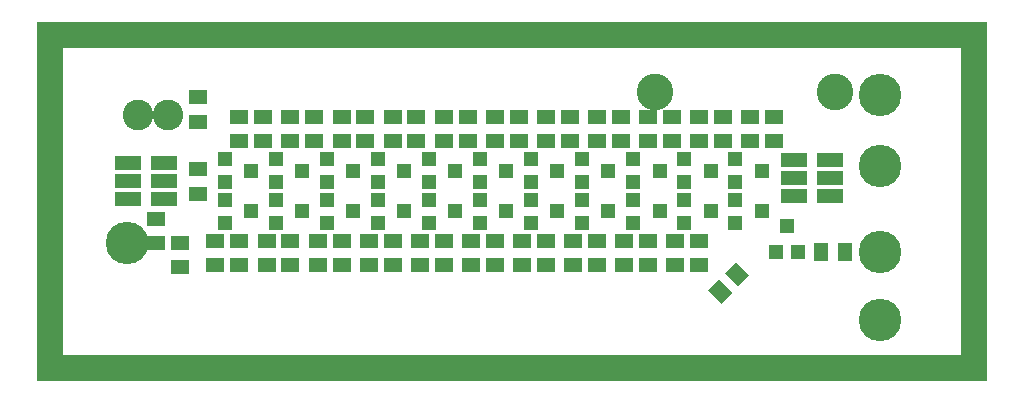
<source format=gbr>
%FSLAX34Y34*%
%MOMM*%
%LNSOLDERMASK_TOP*%
G71*
G01*
%ADD10R,1.300X1.300*%
%ADD11R,1.600X1.300*%
%ADD12R,2.300X1.200*%
%ADD13C,3.600*%
%ADD14C,2.600*%
%ADD15C,3.100*%
%ADD16R,1.300X1.600*%
%ADD17C,2.200*%
%LPD*%
X157541Y-115008D02*
G54D10*
D03*
X157541Y-134008D02*
G54D10*
D03*
X179741Y-124508D02*
G54D10*
D03*
X157541Y-149508D02*
G54D10*
D03*
X157541Y-168508D02*
G54D10*
D03*
X179741Y-159008D02*
G54D10*
D03*
X190197Y-78803D02*
G54D11*
D03*
X190197Y-99403D02*
G54D11*
D03*
X169997Y-78803D02*
G54D11*
D03*
X169997Y-99403D02*
G54D11*
D03*
X169997Y-183803D02*
G54D11*
D03*
X169997Y-204403D02*
G54D11*
D03*
X149797Y-183903D02*
G54D11*
D03*
X149797Y-204503D02*
G54D11*
D03*
X200741Y-115009D02*
G54D10*
D03*
X200741Y-134009D02*
G54D10*
D03*
X222941Y-124509D02*
G54D10*
D03*
X200741Y-149508D02*
G54D10*
D03*
X200741Y-168508D02*
G54D10*
D03*
X222941Y-159008D02*
G54D10*
D03*
X233397Y-78804D02*
G54D11*
D03*
X233397Y-99404D02*
G54D11*
D03*
X213197Y-78804D02*
G54D11*
D03*
X213197Y-99404D02*
G54D11*
D03*
X213197Y-183804D02*
G54D11*
D03*
X213197Y-204404D02*
G54D11*
D03*
X192997Y-183904D02*
G54D11*
D03*
X192997Y-204504D02*
G54D11*
D03*
X244041Y-115008D02*
G54D10*
D03*
X244041Y-134008D02*
G54D10*
D03*
X266241Y-124508D02*
G54D10*
D03*
X244041Y-149508D02*
G54D10*
D03*
X244041Y-168508D02*
G54D10*
D03*
X266241Y-159008D02*
G54D10*
D03*
X276697Y-78803D02*
G54D11*
D03*
X276697Y-99403D02*
G54D11*
D03*
X256497Y-78803D02*
G54D11*
D03*
X256497Y-99403D02*
G54D11*
D03*
X256497Y-183803D02*
G54D11*
D03*
X256497Y-204403D02*
G54D11*
D03*
X236297Y-183903D02*
G54D11*
D03*
X236297Y-204503D02*
G54D11*
D03*
X287241Y-115009D02*
G54D10*
D03*
X287241Y-134009D02*
G54D10*
D03*
X309441Y-124509D02*
G54D10*
D03*
X287241Y-149508D02*
G54D10*
D03*
X287241Y-168508D02*
G54D10*
D03*
X309441Y-159008D02*
G54D10*
D03*
X319897Y-78804D02*
G54D11*
D03*
X319897Y-99404D02*
G54D11*
D03*
X299697Y-78804D02*
G54D11*
D03*
X299697Y-99404D02*
G54D11*
D03*
X299697Y-183804D02*
G54D11*
D03*
X299697Y-204404D02*
G54D11*
D03*
X279497Y-183904D02*
G54D11*
D03*
X279497Y-204504D02*
G54D11*
D03*
X330541Y-115008D02*
G54D10*
D03*
X330541Y-134008D02*
G54D10*
D03*
X352741Y-124508D02*
G54D10*
D03*
X330541Y-149508D02*
G54D10*
D03*
X330541Y-168508D02*
G54D10*
D03*
X352741Y-159008D02*
G54D10*
D03*
X363197Y-78803D02*
G54D11*
D03*
X363197Y-99403D02*
G54D11*
D03*
X342997Y-78803D02*
G54D11*
D03*
X342997Y-99403D02*
G54D11*
D03*
X342997Y-183803D02*
G54D11*
D03*
X342997Y-204403D02*
G54D11*
D03*
X322797Y-183903D02*
G54D11*
D03*
X322797Y-204503D02*
G54D11*
D03*
X373741Y-115009D02*
G54D10*
D03*
X373741Y-134009D02*
G54D10*
D03*
X395941Y-124509D02*
G54D10*
D03*
X373741Y-149508D02*
G54D10*
D03*
X373741Y-168508D02*
G54D10*
D03*
X395941Y-159008D02*
G54D10*
D03*
X406397Y-78804D02*
G54D11*
D03*
X406397Y-99404D02*
G54D11*
D03*
X386197Y-78804D02*
G54D11*
D03*
X386197Y-99404D02*
G54D11*
D03*
X386197Y-183804D02*
G54D11*
D03*
X386197Y-204404D02*
G54D11*
D03*
X365997Y-183904D02*
G54D11*
D03*
X365997Y-204504D02*
G54D11*
D03*
X417041Y-115008D02*
G54D10*
D03*
X417041Y-134008D02*
G54D10*
D03*
X439241Y-124508D02*
G54D10*
D03*
X417041Y-149508D02*
G54D10*
D03*
X417041Y-168508D02*
G54D10*
D03*
X439241Y-159008D02*
G54D10*
D03*
X449697Y-78803D02*
G54D11*
D03*
X449697Y-99403D02*
G54D11*
D03*
X429497Y-78803D02*
G54D11*
D03*
X429497Y-99403D02*
G54D11*
D03*
X429497Y-183803D02*
G54D11*
D03*
X429497Y-204403D02*
G54D11*
D03*
X409297Y-183903D02*
G54D11*
D03*
X409297Y-204503D02*
G54D11*
D03*
X460241Y-115009D02*
G54D10*
D03*
X460241Y-134009D02*
G54D10*
D03*
X482441Y-124509D02*
G54D10*
D03*
X460241Y-149508D02*
G54D10*
D03*
X460241Y-168508D02*
G54D10*
D03*
X482441Y-159008D02*
G54D10*
D03*
X492897Y-78804D02*
G54D11*
D03*
X492897Y-99404D02*
G54D11*
D03*
X472697Y-78804D02*
G54D11*
D03*
X472697Y-99404D02*
G54D11*
D03*
X472697Y-183804D02*
G54D11*
D03*
X472697Y-204404D02*
G54D11*
D03*
X452497Y-183904D02*
G54D11*
D03*
X452497Y-204504D02*
G54D11*
D03*
X503541Y-115009D02*
G54D10*
D03*
X503541Y-134009D02*
G54D10*
D03*
X525741Y-124509D02*
G54D10*
D03*
X503541Y-149509D02*
G54D10*
D03*
X503541Y-168509D02*
G54D10*
D03*
X525741Y-159009D02*
G54D10*
D03*
X536197Y-78804D02*
G54D11*
D03*
X536197Y-99404D02*
G54D11*
D03*
X515997Y-78804D02*
G54D11*
D03*
X515997Y-99404D02*
G54D11*
D03*
X515997Y-183804D02*
G54D11*
D03*
X515997Y-204404D02*
G54D11*
D03*
X495797Y-183904D02*
G54D11*
D03*
X495797Y-204504D02*
G54D11*
D03*
X546741Y-115010D02*
G54D10*
D03*
X546741Y-134010D02*
G54D10*
D03*
X568942Y-124510D02*
G54D10*
D03*
X546741Y-149509D02*
G54D10*
D03*
X546741Y-168509D02*
G54D10*
D03*
X568941Y-159009D02*
G54D10*
D03*
X579397Y-78804D02*
G54D11*
D03*
X579397Y-99404D02*
G54D11*
D03*
X559197Y-78804D02*
G54D11*
D03*
X559197Y-99404D02*
G54D11*
D03*
X559197Y-183804D02*
G54D11*
D03*
X559197Y-204404D02*
G54D11*
D03*
X538997Y-183904D02*
G54D11*
D03*
X538997Y-204504D02*
G54D11*
D03*
X135000Y-123338D02*
G54D11*
D03*
X135000Y-143938D02*
G54D11*
D03*
X75456Y-118517D02*
G54D12*
D03*
X105956Y-118517D02*
G54D12*
D03*
X75456Y-133717D02*
G54D12*
D03*
X105956Y-133717D02*
G54D12*
D03*
X75456Y-148917D02*
G54D12*
D03*
X105956Y-148917D02*
G54D12*
D03*
X74500Y-186000D02*
G54D13*
D03*
X119747Y-185785D02*
G54D11*
D03*
X119747Y-206385D02*
G54D11*
D03*
X99247Y-185785D02*
G54D11*
D03*
X99247Y-165185D02*
G54D11*
D03*
X712500Y-60500D02*
G54D13*
D03*
X712500Y-193500D02*
G54D13*
D03*
X712500Y-251000D02*
G54D13*
D03*
X712500Y-120500D02*
G54D13*
D03*
X84500Y-77500D02*
G54D14*
D03*
X109900Y-77500D02*
G54D14*
D03*
X639956Y-115517D02*
G54D12*
D03*
X670456Y-115517D02*
G54D12*
D03*
X639956Y-130717D02*
G54D12*
D03*
X670456Y-130717D02*
G54D12*
D03*
X639956Y-145917D02*
G54D12*
D03*
X670456Y-145917D02*
G54D12*
D03*
X589942Y-115010D02*
G54D10*
D03*
X589942Y-134010D02*
G54D10*
D03*
X612142Y-124510D02*
G54D10*
D03*
X589941Y-149510D02*
G54D10*
D03*
X589942Y-168510D02*
G54D10*
D03*
X612142Y-159010D02*
G54D10*
D03*
X622597Y-78805D02*
G54D11*
D03*
X622597Y-99405D02*
G54D11*
D03*
X602397Y-78805D02*
G54D11*
D03*
X602397Y-99405D02*
G54D11*
D03*
X674400Y-58000D02*
G54D15*
D03*
X522000Y-58000D02*
G54D15*
D03*
X623948Y-193668D02*
G54D10*
D03*
X642948Y-193668D02*
G54D10*
D03*
X633448Y-171468D02*
G54D10*
D03*
X682799Y-193675D02*
G54D16*
D03*
X662199Y-193675D02*
G54D16*
D03*
G54D17*
X10000Y-10000D02*
X10000Y-292000D01*
G36*
X21000Y-10000D02*
X-1000Y-10000D01*
X-1000Y1000D01*
X21000Y1000D01*
X21000Y-10000D01*
G37*
G36*
X-1000Y-292000D02*
X21000Y-292000D01*
X21000Y-303000D01*
X-1000Y-303000D01*
X-1000Y-292000D01*
G37*
G54D17*
X792000Y-10000D02*
X792000Y-292000D01*
G36*
X803000Y-10000D02*
X781000Y-10000D01*
X781000Y1000D01*
X803000Y1000D01*
X803000Y-10000D01*
G37*
G36*
X781000Y-292000D02*
X803000Y-292000D01*
X803000Y-303000D01*
X781000Y-303000D01*
X781000Y-292000D01*
G37*
G54D17*
X10000Y-10000D02*
X792000Y-10000D01*
G36*
X10000Y1000D02*
X10000Y-21000D01*
X-1000Y-21000D01*
X-1000Y1000D01*
X10000Y1000D01*
G37*
G36*
X792000Y-21000D02*
X792000Y1000D01*
X803000Y1000D01*
X803000Y-21000D01*
X792000Y-21000D01*
G37*
G54D17*
X10000Y-292000D02*
X792000Y-292000D01*
G36*
X10000Y-281000D02*
X10000Y-303000D01*
X-1000Y-303000D01*
X-1000Y-281000D01*
X10000Y-281000D01*
G37*
G36*
X792000Y-303000D02*
X792000Y-281000D01*
X803000Y-281000D01*
X803000Y-303000D01*
X792000Y-303000D01*
G37*
G36*
X601632Y-213419D02*
X592440Y-222612D01*
X581126Y-211299D01*
X590318Y-202106D01*
X601632Y-213419D01*
G37*
G36*
X587066Y-227986D02*
X577873Y-237178D01*
X566560Y-225865D01*
X575752Y-216672D01*
X587066Y-227986D01*
G37*
X135180Y-62578D02*
G54D11*
D03*
X135180Y-83178D02*
G54D11*
D03*
M02*

</source>
